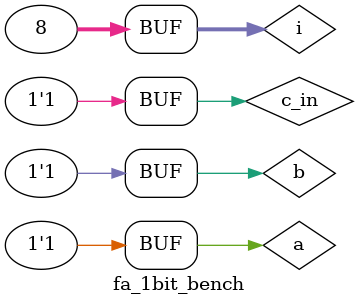
<source format=v>

`timescale 1ns / 1ps

module fa_1bit_bench();

	//Inputs
   reg a = 0;
   reg b = 0;
   reg c_in = 0;
	integer i = 0;
	parameter num_inputs = 3;
	parameter max_count = (1<<num_inputs);

	//Output
   wire c_out;
   wire sum;
	wire p; //propagate
	wire g; //generate

	//Bidirs

	//Instantiate the UUT
   full_adder UUT (
		.a(a), 
		.b(b), 
		.c_in(c_in), 
		.c_out(c_out), 
		.s(sum),
		.p(p),
		.g(g)
   );
	//Initialize Inputs
	initial begin
		#100; //Wait 100ns
		for (i=1; i<max_count; i=i+1)
			begin
			{c_in,a,b} = i; //Cycle through all possible input combinations.
			#100; //Wait 100ns; This loop will take 800ns to execute.
			end
	end
endmodule

</source>
